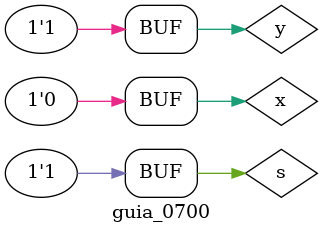
<source format=v>
module f7 ( output s, input a, input b );
// descrever por portas
endmodule // f7
// -------------------------
// multiplexer
// -------------------------
module mux ( output s, input a, input b, input select );
	// definir dados locais
	wire not_select;
	wire sa;
	wire sb;
	// descrever por portas
	not NOT1 ( not_select, select );
	and AND1 ( sa, a, not_select );
	and AND2 ( sb, b, select );
	or OR1 ( s , sa, sb );
endmodule // mux

module guia_0700;
// ------------------------- definir dados
	reg x;
	reg y;
	reg s;
	wire w;
	wire z;
	f7 modulo ( w, x, y );
	mux MUX1 ( z, x, y, s );
// ------------------------- parte principal
initial
	begin : main
	$display("Exemplo_0700 - xxx yyy zzz - 999999");
	$display("Test LU's module");
	$display(" x y s z");
	x = 1'b0; y = 1'b1; s = 1'b0;
	// projetar testes do modulo
	#1 $monitor("%4b %4b %4b %4b", x, y, s, z);
	#1 s = 1'b1;
end
endmodule // test_f7

</source>
